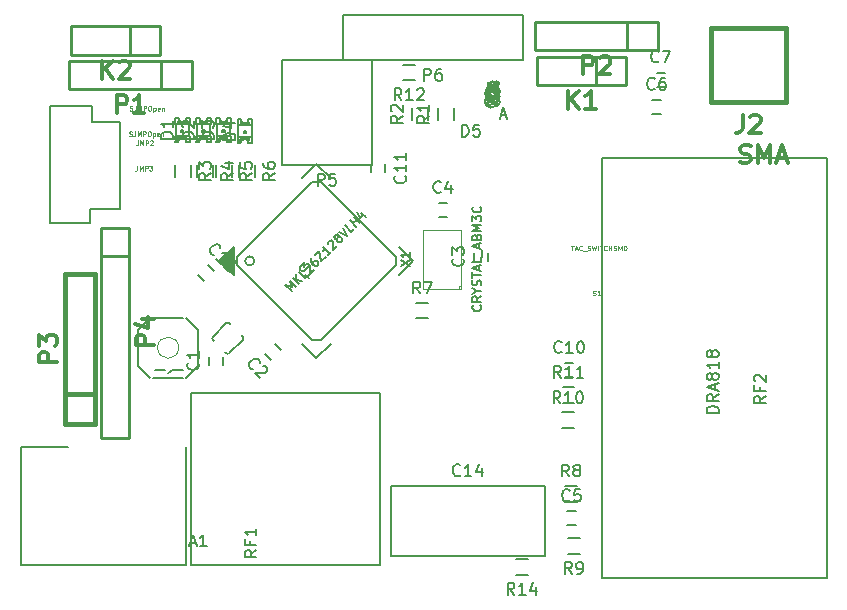
<source format=gto>
G04 #@! TF.FileFunction,Legend,Top*
%FSLAX46Y46*%
G04 Gerber Fmt 4.6, Leading zero omitted, Abs format (unit mm)*
G04 Created by KiCad (PCBNEW (after 2015-may-01 BZR unknown)-product) date Sun 10 May 2015 22:33:08 EDT*
%MOMM*%
G01*
G04 APERTURE LIST*
%ADD10C,0.100000*%
%ADD11C,0.200000*%
%ADD12C,0.150000*%
%ADD13C,0.203200*%
%ADD14C,0.254000*%
%ADD15C,0.381000*%
%ADD16C,0.200660*%
%ADD17C,0.099060*%
%ADD18C,0.127000*%
%ADD19C,0.101600*%
%ADD20C,0.149860*%
%ADD21C,0.088900*%
%ADD22C,0.304800*%
G04 APERTURE END LIST*
D10*
D11*
X178954508Y-46800000D02*
G75*
G03X178954508Y-46800000I-279508J0D01*
G01*
X178875000Y-45250000D02*
G75*
G03X178875000Y-45250000I-200000J0D01*
G01*
X178523607Y-45275000D02*
G75*
G03X178523607Y-45275000I-223607J0D01*
G01*
X178325000Y-45475000D02*
G75*
G03X178325000Y-45475000I-200000J0D01*
G01*
X178350000Y-46575000D02*
G75*
G03X178350000Y-46575000I-250000J0D01*
G01*
X178543198Y-46275000D02*
G75*
G03X178543198Y-46275000I-318198J0D01*
G01*
X178694121Y-46300000D02*
G75*
G03X178694121Y-46300000I-369121J0D01*
G01*
X178350000Y-46750000D02*
G75*
G03X178350000Y-46750000I-325000J0D01*
G01*
X178705330Y-46750000D02*
G75*
G03X178705330Y-46750000I-530330J0D01*
G01*
X178959439Y-45925000D02*
G75*
G03X178959439Y-45925000I-534439J0D01*
G01*
X178915388Y-46350000D02*
G75*
G03X178915388Y-46350000I-515388J0D01*
G01*
X178842663Y-46075000D02*
G75*
G03X178842663Y-46075000I-592663J0D01*
G01*
X178825595Y-46125000D02*
G75*
G03X178825595Y-46125000I-525595J0D01*
G01*
X178878887Y-46150000D02*
G75*
G03X178878887Y-46150000I-403887J0D01*
G01*
D12*
X152400000Y-75975000D02*
X152400000Y-85975000D01*
X152400000Y-85975000D02*
X138400000Y-85975000D01*
X138400000Y-85975000D02*
X138400000Y-75975000D01*
X138400000Y-75975000D02*
X142400000Y-75975000D01*
X154300000Y-69050000D02*
X154300000Y-68350000D01*
X155500000Y-68350000D02*
X155500000Y-69050000D01*
X159573223Y-68621751D02*
X159078249Y-68126777D01*
X159926777Y-67278249D02*
X160421751Y-67773223D01*
X176750000Y-60250000D02*
X176750000Y-59550000D01*
X177950000Y-59550000D02*
X177950000Y-60250000D01*
X173750000Y-55350000D02*
X174450000Y-55350000D01*
X174450000Y-56550000D02*
X173750000Y-56550000D01*
X184650000Y-81450000D02*
X185350000Y-81450000D01*
X185350000Y-82650000D02*
X184650000Y-82650000D01*
X191850000Y-46600000D02*
X192550000Y-46600000D01*
X192550000Y-47800000D02*
X191850000Y-47800000D01*
X192200000Y-44300000D02*
X192900000Y-44300000D01*
X192900000Y-45500000D02*
X192200000Y-45500000D01*
X184450000Y-68900000D02*
X185150000Y-68900000D01*
X185150000Y-70100000D02*
X184450000Y-70100000D01*
X152349720Y-49647840D02*
X152674840Y-49647840D01*
X152674840Y-49647840D02*
X152674840Y-50148220D01*
X152349720Y-50148220D02*
X152674840Y-50148220D01*
X152349720Y-49647840D02*
X152349720Y-50148220D01*
X151727420Y-49647840D02*
X151877280Y-49647840D01*
X151877280Y-49647840D02*
X151877280Y-49899300D01*
X151727420Y-49899300D02*
X151877280Y-49899300D01*
X151727420Y-49647840D02*
X151727420Y-49899300D01*
X152222720Y-49647840D02*
X152372580Y-49647840D01*
X152372580Y-49647840D02*
X152372580Y-49899300D01*
X152222720Y-49899300D02*
X152372580Y-49899300D01*
X152222720Y-49647840D02*
X152222720Y-49899300D01*
X151851880Y-49647840D02*
X152248120Y-49647840D01*
X152248120Y-49647840D02*
X152248120Y-49823100D01*
X151851880Y-49823100D02*
X152248120Y-49823100D01*
X151851880Y-49647840D02*
X151851880Y-49823100D01*
X152349720Y-48151780D02*
X152674840Y-48151780D01*
X152674840Y-48151780D02*
X152674840Y-48652160D01*
X152349720Y-48652160D02*
X152674840Y-48652160D01*
X152349720Y-48151780D02*
X152349720Y-48652160D01*
X151425160Y-48151780D02*
X151750280Y-48151780D01*
X151750280Y-48151780D02*
X151750280Y-48652160D01*
X151425160Y-48652160D02*
X151750280Y-48652160D01*
X151425160Y-48151780D02*
X151425160Y-48652160D01*
X152222720Y-48400700D02*
X152372580Y-48400700D01*
X152372580Y-48400700D02*
X152372580Y-48652160D01*
X152222720Y-48652160D02*
X152372580Y-48652160D01*
X152222720Y-48400700D02*
X152222720Y-48652160D01*
X151727420Y-48400700D02*
X151877280Y-48400700D01*
X151877280Y-48400700D02*
X151877280Y-48652160D01*
X151727420Y-48652160D02*
X151877280Y-48652160D01*
X151727420Y-48400700D02*
X151727420Y-48652160D01*
X151851880Y-48476900D02*
X152248120Y-48476900D01*
X152248120Y-48476900D02*
X152248120Y-48652160D01*
X151851880Y-48652160D02*
X152248120Y-48652160D01*
X151851880Y-48476900D02*
X151851880Y-48652160D01*
X151950940Y-49150000D02*
X152149060Y-49150000D01*
X152149060Y-49150000D02*
X152149060Y-49348120D01*
X151950940Y-49348120D02*
X152149060Y-49348120D01*
X151950940Y-49150000D02*
X151950940Y-49348120D01*
X151450560Y-49647840D02*
X151750280Y-49647840D01*
X151750280Y-49647840D02*
X151750280Y-49947560D01*
X151450560Y-49947560D02*
X151750280Y-49947560D01*
X151450560Y-49647840D02*
X151450560Y-49947560D01*
X151425160Y-50074560D02*
X151651220Y-50074560D01*
X151651220Y-50074560D02*
X151651220Y-50148220D01*
X151425160Y-50148220D02*
X151651220Y-50148220D01*
X151425160Y-50074560D02*
X151425160Y-50148220D01*
X152624040Y-49673240D02*
X152624040Y-48626760D01*
X151475960Y-48652160D02*
X151475960Y-50074560D01*
X151672262Y-49998360D02*
G75*
G03X151672262Y-49998360I-71842J0D01*
G01*
X151702020Y-50148220D02*
G75*
G02X152397980Y-50148220I347980J0D01*
G01*
X152397980Y-48151780D02*
G75*
G02X151702020Y-48151780I-347980J0D01*
G01*
X154149720Y-49647840D02*
X154474840Y-49647840D01*
X154474840Y-49647840D02*
X154474840Y-50148220D01*
X154149720Y-50148220D02*
X154474840Y-50148220D01*
X154149720Y-49647840D02*
X154149720Y-50148220D01*
X153527420Y-49647840D02*
X153677280Y-49647840D01*
X153677280Y-49647840D02*
X153677280Y-49899300D01*
X153527420Y-49899300D02*
X153677280Y-49899300D01*
X153527420Y-49647840D02*
X153527420Y-49899300D01*
X154022720Y-49647840D02*
X154172580Y-49647840D01*
X154172580Y-49647840D02*
X154172580Y-49899300D01*
X154022720Y-49899300D02*
X154172580Y-49899300D01*
X154022720Y-49647840D02*
X154022720Y-49899300D01*
X153651880Y-49647840D02*
X154048120Y-49647840D01*
X154048120Y-49647840D02*
X154048120Y-49823100D01*
X153651880Y-49823100D02*
X154048120Y-49823100D01*
X153651880Y-49647840D02*
X153651880Y-49823100D01*
X154149720Y-48151780D02*
X154474840Y-48151780D01*
X154474840Y-48151780D02*
X154474840Y-48652160D01*
X154149720Y-48652160D02*
X154474840Y-48652160D01*
X154149720Y-48151780D02*
X154149720Y-48652160D01*
X153225160Y-48151780D02*
X153550280Y-48151780D01*
X153550280Y-48151780D02*
X153550280Y-48652160D01*
X153225160Y-48652160D02*
X153550280Y-48652160D01*
X153225160Y-48151780D02*
X153225160Y-48652160D01*
X154022720Y-48400700D02*
X154172580Y-48400700D01*
X154172580Y-48400700D02*
X154172580Y-48652160D01*
X154022720Y-48652160D02*
X154172580Y-48652160D01*
X154022720Y-48400700D02*
X154022720Y-48652160D01*
X153527420Y-48400700D02*
X153677280Y-48400700D01*
X153677280Y-48400700D02*
X153677280Y-48652160D01*
X153527420Y-48652160D02*
X153677280Y-48652160D01*
X153527420Y-48400700D02*
X153527420Y-48652160D01*
X153651880Y-48476900D02*
X154048120Y-48476900D01*
X154048120Y-48476900D02*
X154048120Y-48652160D01*
X153651880Y-48652160D02*
X154048120Y-48652160D01*
X153651880Y-48476900D02*
X153651880Y-48652160D01*
X153750940Y-49150000D02*
X153949060Y-49150000D01*
X153949060Y-49150000D02*
X153949060Y-49348120D01*
X153750940Y-49348120D02*
X153949060Y-49348120D01*
X153750940Y-49150000D02*
X153750940Y-49348120D01*
X153250560Y-49647840D02*
X153550280Y-49647840D01*
X153550280Y-49647840D02*
X153550280Y-49947560D01*
X153250560Y-49947560D02*
X153550280Y-49947560D01*
X153250560Y-49647840D02*
X153250560Y-49947560D01*
X153225160Y-50074560D02*
X153451220Y-50074560D01*
X153451220Y-50074560D02*
X153451220Y-50148220D01*
X153225160Y-50148220D02*
X153451220Y-50148220D01*
X153225160Y-50074560D02*
X153225160Y-50148220D01*
X154424040Y-49673240D02*
X154424040Y-48626760D01*
X153275960Y-48652160D02*
X153275960Y-50074560D01*
X153472262Y-49998360D02*
G75*
G03X153472262Y-49998360I-71842J0D01*
G01*
X153502020Y-50148220D02*
G75*
G02X154197980Y-50148220I347980J0D01*
G01*
X154197980Y-48151780D02*
G75*
G02X153502020Y-48151780I-347980J0D01*
G01*
X155849720Y-49647840D02*
X156174840Y-49647840D01*
X156174840Y-49647840D02*
X156174840Y-50148220D01*
X155849720Y-50148220D02*
X156174840Y-50148220D01*
X155849720Y-49647840D02*
X155849720Y-50148220D01*
X155227420Y-49647840D02*
X155377280Y-49647840D01*
X155377280Y-49647840D02*
X155377280Y-49899300D01*
X155227420Y-49899300D02*
X155377280Y-49899300D01*
X155227420Y-49647840D02*
X155227420Y-49899300D01*
X155722720Y-49647840D02*
X155872580Y-49647840D01*
X155872580Y-49647840D02*
X155872580Y-49899300D01*
X155722720Y-49899300D02*
X155872580Y-49899300D01*
X155722720Y-49647840D02*
X155722720Y-49899300D01*
X155351880Y-49647840D02*
X155748120Y-49647840D01*
X155748120Y-49647840D02*
X155748120Y-49823100D01*
X155351880Y-49823100D02*
X155748120Y-49823100D01*
X155351880Y-49647840D02*
X155351880Y-49823100D01*
X155849720Y-48151780D02*
X156174840Y-48151780D01*
X156174840Y-48151780D02*
X156174840Y-48652160D01*
X155849720Y-48652160D02*
X156174840Y-48652160D01*
X155849720Y-48151780D02*
X155849720Y-48652160D01*
X154925160Y-48151780D02*
X155250280Y-48151780D01*
X155250280Y-48151780D02*
X155250280Y-48652160D01*
X154925160Y-48652160D02*
X155250280Y-48652160D01*
X154925160Y-48151780D02*
X154925160Y-48652160D01*
X155722720Y-48400700D02*
X155872580Y-48400700D01*
X155872580Y-48400700D02*
X155872580Y-48652160D01*
X155722720Y-48652160D02*
X155872580Y-48652160D01*
X155722720Y-48400700D02*
X155722720Y-48652160D01*
X155227420Y-48400700D02*
X155377280Y-48400700D01*
X155377280Y-48400700D02*
X155377280Y-48652160D01*
X155227420Y-48652160D02*
X155377280Y-48652160D01*
X155227420Y-48400700D02*
X155227420Y-48652160D01*
X155351880Y-48476900D02*
X155748120Y-48476900D01*
X155748120Y-48476900D02*
X155748120Y-48652160D01*
X155351880Y-48652160D02*
X155748120Y-48652160D01*
X155351880Y-48476900D02*
X155351880Y-48652160D01*
X155450940Y-49150000D02*
X155649060Y-49150000D01*
X155649060Y-49150000D02*
X155649060Y-49348120D01*
X155450940Y-49348120D02*
X155649060Y-49348120D01*
X155450940Y-49150000D02*
X155450940Y-49348120D01*
X154950560Y-49647840D02*
X155250280Y-49647840D01*
X155250280Y-49647840D02*
X155250280Y-49947560D01*
X154950560Y-49947560D02*
X155250280Y-49947560D01*
X154950560Y-49647840D02*
X154950560Y-49947560D01*
X154925160Y-50074560D02*
X155151220Y-50074560D01*
X155151220Y-50074560D02*
X155151220Y-50148220D01*
X154925160Y-50148220D02*
X155151220Y-50148220D01*
X154925160Y-50074560D02*
X154925160Y-50148220D01*
X156124040Y-49673240D02*
X156124040Y-48626760D01*
X154975960Y-48652160D02*
X154975960Y-50074560D01*
X155172262Y-49998360D02*
G75*
G03X155172262Y-49998360I-71842J0D01*
G01*
X155202020Y-50148220D02*
G75*
G02X155897980Y-50148220I347980J0D01*
G01*
X155897980Y-48151780D02*
G75*
G02X155202020Y-48151780I-347980J0D01*
G01*
X157649720Y-49747840D02*
X157974840Y-49747840D01*
X157974840Y-49747840D02*
X157974840Y-50248220D01*
X157649720Y-50248220D02*
X157974840Y-50248220D01*
X157649720Y-49747840D02*
X157649720Y-50248220D01*
X157027420Y-49747840D02*
X157177280Y-49747840D01*
X157177280Y-49747840D02*
X157177280Y-49999300D01*
X157027420Y-49999300D02*
X157177280Y-49999300D01*
X157027420Y-49747840D02*
X157027420Y-49999300D01*
X157522720Y-49747840D02*
X157672580Y-49747840D01*
X157672580Y-49747840D02*
X157672580Y-49999300D01*
X157522720Y-49999300D02*
X157672580Y-49999300D01*
X157522720Y-49747840D02*
X157522720Y-49999300D01*
X157151880Y-49747840D02*
X157548120Y-49747840D01*
X157548120Y-49747840D02*
X157548120Y-49923100D01*
X157151880Y-49923100D02*
X157548120Y-49923100D01*
X157151880Y-49747840D02*
X157151880Y-49923100D01*
X157649720Y-48251780D02*
X157974840Y-48251780D01*
X157974840Y-48251780D02*
X157974840Y-48752160D01*
X157649720Y-48752160D02*
X157974840Y-48752160D01*
X157649720Y-48251780D02*
X157649720Y-48752160D01*
X156725160Y-48251780D02*
X157050280Y-48251780D01*
X157050280Y-48251780D02*
X157050280Y-48752160D01*
X156725160Y-48752160D02*
X157050280Y-48752160D01*
X156725160Y-48251780D02*
X156725160Y-48752160D01*
X157522720Y-48500700D02*
X157672580Y-48500700D01*
X157672580Y-48500700D02*
X157672580Y-48752160D01*
X157522720Y-48752160D02*
X157672580Y-48752160D01*
X157522720Y-48500700D02*
X157522720Y-48752160D01*
X157027420Y-48500700D02*
X157177280Y-48500700D01*
X157177280Y-48500700D02*
X157177280Y-48752160D01*
X157027420Y-48752160D02*
X157177280Y-48752160D01*
X157027420Y-48500700D02*
X157027420Y-48752160D01*
X157151880Y-48576900D02*
X157548120Y-48576900D01*
X157548120Y-48576900D02*
X157548120Y-48752160D01*
X157151880Y-48752160D02*
X157548120Y-48752160D01*
X157151880Y-48576900D02*
X157151880Y-48752160D01*
X157250940Y-49250000D02*
X157449060Y-49250000D01*
X157449060Y-49250000D02*
X157449060Y-49448120D01*
X157250940Y-49448120D02*
X157449060Y-49448120D01*
X157250940Y-49250000D02*
X157250940Y-49448120D01*
X156750560Y-49747840D02*
X157050280Y-49747840D01*
X157050280Y-49747840D02*
X157050280Y-50047560D01*
X156750560Y-50047560D02*
X157050280Y-50047560D01*
X156750560Y-49747840D02*
X156750560Y-50047560D01*
X156725160Y-50174560D02*
X156951220Y-50174560D01*
X156951220Y-50174560D02*
X156951220Y-50248220D01*
X156725160Y-50248220D02*
X156951220Y-50248220D01*
X156725160Y-50174560D02*
X156725160Y-50248220D01*
X157924040Y-49773240D02*
X157924040Y-48726760D01*
X156775960Y-48752160D02*
X156775960Y-50174560D01*
X156972262Y-50098360D02*
G75*
G03X156972262Y-50098360I-71842J0D01*
G01*
X157002020Y-50248220D02*
G75*
G02X157697980Y-50248220I347980J0D01*
G01*
X157697980Y-48251780D02*
G75*
G02X157002020Y-48251780I-347980J0D01*
G01*
X177974000Y-46100000D02*
X178736000Y-47116000D01*
X177974000Y-46100000D02*
X178736000Y-45084000D01*
X177974000Y-45084000D02*
X177974000Y-47116000D01*
X178736000Y-45084000D02*
X178736000Y-47116000D01*
D13*
X154630192Y-66658112D02*
X155758112Y-65530192D01*
X157169808Y-66941888D02*
X156041888Y-68069808D01*
X155689862Y-68001558D02*
G75*
G03X156041888Y-68069808I210138J141888D01*
G01*
X157171604Y-66940092D02*
G75*
G03X157099762Y-66588066I-211934J140092D01*
G01*
X156110138Y-65598442D02*
G75*
G03X155758112Y-65530192I-210138J-141888D01*
G01*
X154628396Y-66659908D02*
G75*
G03X154700238Y-67011934I211934J-140092D01*
G01*
D14*
X187050000Y-45350000D02*
X187050000Y-42950000D01*
X189450000Y-42950000D02*
X182050000Y-42950000D01*
X182050000Y-42950000D02*
X182050000Y-45150000D01*
X182050000Y-45150000D02*
X182050000Y-45350000D01*
X182050000Y-45350000D02*
X189650000Y-45350000D01*
X189650000Y-45350000D02*
X189650000Y-42950000D01*
X189650000Y-42950000D02*
X189450000Y-42950000D01*
X147600000Y-42800000D02*
X147600000Y-40400000D01*
X150000000Y-40400000D02*
X142600000Y-40400000D01*
X142600000Y-40400000D02*
X142600000Y-42600000D01*
X142600000Y-42600000D02*
X142600000Y-42800000D01*
X142600000Y-42800000D02*
X150200000Y-42800000D01*
X150200000Y-42800000D02*
X150200000Y-40400000D01*
X150200000Y-40400000D02*
X150000000Y-40400000D01*
X142450000Y-45700000D02*
X152850000Y-45700000D01*
X152850000Y-43300000D02*
X142450000Y-43300000D01*
X152850000Y-45700000D02*
X152850000Y-43300000D01*
X150250000Y-43300000D02*
X150250000Y-45700000D01*
X142450000Y-45700000D02*
X142450000Y-43300000D01*
X181900000Y-42400000D02*
X192300000Y-42400000D01*
X192300000Y-40000000D02*
X181900000Y-40000000D01*
X192300000Y-42400000D02*
X192300000Y-40000000D01*
X189700000Y-40000000D02*
X189700000Y-42400000D01*
X181900000Y-42400000D02*
X181900000Y-40000000D01*
D15*
X142080000Y-71490000D02*
X144620000Y-71490000D01*
X144620000Y-61350000D02*
X144620000Y-74050000D01*
X144620000Y-74050000D02*
X142080000Y-74050000D01*
X142080000Y-74050000D02*
X142080000Y-61350000D01*
X142080000Y-61350000D02*
X144620000Y-61350000D01*
D14*
X147550000Y-59850000D02*
X145150000Y-59850000D01*
X147550000Y-57450000D02*
X145150000Y-57450000D01*
X145150000Y-57450000D02*
X145150000Y-75250000D01*
X145150000Y-75250000D02*
X147550000Y-75250000D01*
X147550000Y-75250000D02*
X147550000Y-57450000D01*
D12*
X160460000Y-43270000D02*
X168080000Y-43270000D01*
X168080000Y-43270000D02*
X168080000Y-52160000D01*
X168080000Y-52160000D02*
X160460000Y-52160000D01*
X160460000Y-52160000D02*
X160460000Y-43270000D01*
X180890000Y-39460000D02*
X180890000Y-43270000D01*
X180890000Y-43270000D02*
X165650000Y-43270000D01*
X165650000Y-43270000D02*
X165650000Y-39460000D01*
X165650000Y-39460000D02*
X180890000Y-39460000D01*
X175075000Y-47300000D02*
X175075000Y-48300000D01*
X173725000Y-48300000D02*
X173725000Y-47300000D01*
X172825000Y-47300000D02*
X172825000Y-48300000D01*
X171475000Y-48300000D02*
X171475000Y-47300000D01*
X151425000Y-53150000D02*
X151425000Y-52150000D01*
X152775000Y-52150000D02*
X152775000Y-53150000D01*
X153325000Y-53150000D02*
X153325000Y-52150000D01*
X154675000Y-52150000D02*
X154675000Y-53150000D01*
X154925000Y-53150000D02*
X154925000Y-52150000D01*
X156275000Y-52150000D02*
X156275000Y-53150000D01*
X156875000Y-53150000D02*
X156875000Y-52150000D01*
X158225000Y-52150000D02*
X158225000Y-53150000D01*
X172850000Y-65125000D02*
X171850000Y-65125000D01*
X171850000Y-63775000D02*
X172850000Y-63775000D01*
X185450000Y-80625000D02*
X184450000Y-80625000D01*
X184450000Y-79275000D02*
X185450000Y-79275000D01*
X184700000Y-83725000D02*
X185700000Y-83725000D01*
X185700000Y-85075000D02*
X184700000Y-85075000D01*
X185200000Y-74425000D02*
X184200000Y-74425000D01*
X184200000Y-73075000D02*
X185200000Y-73075000D01*
X185250000Y-72275000D02*
X184250000Y-72275000D01*
X184250000Y-70925000D02*
X185250000Y-70925000D01*
X206600000Y-87100000D02*
X187600000Y-87100000D01*
X187600000Y-87100000D02*
X187600000Y-51500000D01*
X187600000Y-51500000D02*
X206600000Y-51500000D01*
X206600000Y-51500000D02*
X206600000Y-87100000D01*
D16*
X140875740Y-47173740D02*
X140875740Y-57074660D01*
X140875740Y-57074660D02*
X144274260Y-57074660D01*
X144274260Y-57074660D02*
X144274260Y-55875780D01*
X144274260Y-55875780D02*
X146776160Y-55875780D01*
X146776160Y-55875780D02*
X146776160Y-48474220D01*
X146776160Y-48474220D02*
X144375860Y-48474220D01*
X144375860Y-48474220D02*
X144375860Y-47173740D01*
X144375860Y-47173740D02*
X140875740Y-47173740D01*
D17*
X175449540Y-62599360D02*
X175449540Y-62401240D01*
X175449540Y-62401240D02*
X175650200Y-62401240D01*
X175650200Y-62599360D02*
X175650200Y-57600640D01*
X175650200Y-57600640D02*
X172449800Y-57600640D01*
X172449800Y-57600640D02*
X172449800Y-62599360D01*
X172449800Y-62599360D02*
X175650200Y-62599360D01*
D15*
X196850400Y-40500400D02*
X203149600Y-40500400D01*
X203149600Y-40500400D02*
X203149600Y-46799600D01*
X203149600Y-46799600D02*
X196850400Y-46799600D01*
X196850400Y-46799600D02*
X196850400Y-40500400D01*
D12*
X170750000Y-43625000D02*
X171750000Y-43625000D01*
X171750000Y-44975000D02*
X170750000Y-44975000D01*
X152800000Y-86000000D02*
X168800000Y-86000000D01*
X168800000Y-86000000D02*
X168800000Y-71400000D01*
X168800000Y-71400000D02*
X152800000Y-71400000D01*
X152800000Y-71400000D02*
X152800000Y-86000000D01*
D13*
X148310000Y-66060760D02*
X149310760Y-65060000D01*
X149610480Y-65060000D02*
X152120000Y-65060000D01*
X152389240Y-65060000D02*
X153390000Y-66060760D01*
X153390000Y-66060760D02*
X153390000Y-69139240D01*
X153390000Y-69139240D02*
X152389240Y-70140000D01*
X152089520Y-70140000D02*
X149610480Y-70140000D01*
X149310760Y-70140000D02*
X148310000Y-69139240D01*
X148310000Y-69139240D02*
X148310000Y-66060760D01*
D18*
X152120000Y-69505000D02*
X151294500Y-69505000D01*
X151294500Y-69505000D02*
X150842380Y-69759000D01*
X150621400Y-69505000D02*
X149737480Y-69505000D01*
D19*
X151748026Y-67600000D02*
G75*
G03X151748026Y-67600000I-898026J0D01*
G01*
D12*
X169250000Y-52050000D02*
X169250000Y-52750000D01*
X168050000Y-52750000D02*
X168050000Y-52050000D01*
X154251777Y-60628249D02*
X154746751Y-61123223D01*
X153898223Y-61971751D02*
X153403249Y-61476777D01*
D20*
X155269276Y-60179954D02*
X155269276Y-60320046D01*
X155411164Y-60461934D02*
X155411164Y-60038066D01*
X155551256Y-59897974D02*
X155551256Y-60602026D01*
X155693144Y-60743914D02*
X155693144Y-59756086D01*
X155835032Y-59614198D02*
X155835032Y-60885802D01*
X155976920Y-61027690D02*
X155976920Y-59472310D01*
X156117012Y-59332218D02*
X156117012Y-61167782D01*
X156258900Y-61309670D02*
X156258900Y-59190330D01*
X156400788Y-61451558D02*
X155199230Y-60250000D01*
X155199230Y-60250000D02*
X156400788Y-59048442D01*
X156400788Y-59048442D02*
X156400788Y-61451558D01*
X164601558Y-67249212D02*
X163400000Y-68450770D01*
X163400000Y-68450770D02*
X162198442Y-67249212D01*
X170399212Y-59048442D02*
X171600770Y-60250000D01*
X171600770Y-60250000D02*
X170399212Y-61451558D01*
X162198442Y-53250788D02*
X163400000Y-52049230D01*
X163400000Y-52049230D02*
X164601558Y-53250788D01*
D18*
X163040790Y-66967232D02*
X156682768Y-60609210D01*
X163759210Y-66967232D02*
X170117232Y-60609210D01*
X163759210Y-53532768D02*
X170117232Y-59890790D01*
X156682768Y-59890790D02*
X163040790Y-53532768D01*
X158141399Y-60250000D02*
G75*
G03X158141399Y-60250000I-381000J0D01*
G01*
X156682768Y-60609210D02*
X156682768Y-59890790D01*
X163759210Y-66967232D02*
X163040790Y-66967232D01*
X170117232Y-59890790D02*
X170117232Y-60609210D01*
X163040790Y-53532768D02*
X163759210Y-53532768D01*
D12*
X169725000Y-79275000D02*
X182725000Y-79275000D01*
X182725000Y-79275000D02*
X182725000Y-85275000D01*
X182725000Y-85275000D02*
X169725000Y-85275000D01*
X169725000Y-85275000D02*
X169725000Y-79275000D01*
X180300000Y-85475000D02*
X181300000Y-85475000D01*
X181300000Y-86825000D02*
X180300000Y-86825000D01*
X152685714Y-84141667D02*
X153161905Y-84141667D01*
X152590476Y-84427381D02*
X152923809Y-83427381D01*
X153257143Y-84427381D01*
X154114286Y-84427381D02*
X153542857Y-84427381D01*
X153828571Y-84427381D02*
X153828571Y-83427381D01*
X153733333Y-83570238D01*
X153638095Y-83665476D01*
X153542857Y-83713095D01*
X153357143Y-68866666D02*
X153404762Y-68914285D01*
X153452381Y-69057142D01*
X153452381Y-69152380D01*
X153404762Y-69295238D01*
X153309524Y-69390476D01*
X153214286Y-69438095D01*
X153023810Y-69485714D01*
X152880952Y-69485714D01*
X152690476Y-69438095D01*
X152595238Y-69390476D01*
X152500000Y-69295238D01*
X152452381Y-69152380D01*
X152452381Y-69057142D01*
X152500000Y-68914285D01*
X152547619Y-68866666D01*
X153452381Y-67914285D02*
X153452381Y-68485714D01*
X153452381Y-68200000D02*
X152452381Y-68200000D01*
X152595238Y-68295238D01*
X152690476Y-68390476D01*
X152738095Y-68485714D01*
X158036108Y-69428191D02*
X157968765Y-69428191D01*
X157834078Y-69360847D01*
X157766734Y-69293504D01*
X157699390Y-69158816D01*
X157699390Y-69024129D01*
X157733062Y-68923114D01*
X157834077Y-68754756D01*
X157935093Y-68653740D01*
X158103452Y-68552725D01*
X158204467Y-68519053D01*
X158339154Y-68519053D01*
X158473841Y-68586397D01*
X158541185Y-68653740D01*
X158608528Y-68788427D01*
X158608528Y-68855771D01*
X158877902Y-69125144D02*
X158945245Y-69125144D01*
X159046260Y-69158816D01*
X159214620Y-69327175D01*
X159248291Y-69428191D01*
X159248291Y-69495534D01*
X159214620Y-69596549D01*
X159147276Y-69663893D01*
X159012589Y-69731236D01*
X158204467Y-69731236D01*
X158642200Y-70168969D01*
X175807143Y-60066666D02*
X175854762Y-60114285D01*
X175902381Y-60257142D01*
X175902381Y-60352380D01*
X175854762Y-60495238D01*
X175759524Y-60590476D01*
X175664286Y-60638095D01*
X175473810Y-60685714D01*
X175330952Y-60685714D01*
X175140476Y-60638095D01*
X175045238Y-60590476D01*
X174950000Y-60495238D01*
X174902381Y-60352380D01*
X174902381Y-60257142D01*
X174950000Y-60114285D01*
X174997619Y-60066666D01*
X174902381Y-59733333D02*
X174902381Y-59114285D01*
X175283333Y-59447619D01*
X175283333Y-59304761D01*
X175330952Y-59209523D01*
X175378571Y-59161904D01*
X175473810Y-59114285D01*
X175711905Y-59114285D01*
X175807143Y-59161904D01*
X175854762Y-59209523D01*
X175902381Y-59304761D01*
X175902381Y-59590476D01*
X175854762Y-59685714D01*
X175807143Y-59733333D01*
X173933334Y-54407143D02*
X173885715Y-54454762D01*
X173742858Y-54502381D01*
X173647620Y-54502381D01*
X173504762Y-54454762D01*
X173409524Y-54359524D01*
X173361905Y-54264286D01*
X173314286Y-54073810D01*
X173314286Y-53930952D01*
X173361905Y-53740476D01*
X173409524Y-53645238D01*
X173504762Y-53550000D01*
X173647620Y-53502381D01*
X173742858Y-53502381D01*
X173885715Y-53550000D01*
X173933334Y-53597619D01*
X174790477Y-53835714D02*
X174790477Y-54502381D01*
X174552381Y-53454762D02*
X174314286Y-54169048D01*
X174933334Y-54169048D01*
X184833334Y-80507143D02*
X184785715Y-80554762D01*
X184642858Y-80602381D01*
X184547620Y-80602381D01*
X184404762Y-80554762D01*
X184309524Y-80459524D01*
X184261905Y-80364286D01*
X184214286Y-80173810D01*
X184214286Y-80030952D01*
X184261905Y-79840476D01*
X184309524Y-79745238D01*
X184404762Y-79650000D01*
X184547620Y-79602381D01*
X184642858Y-79602381D01*
X184785715Y-79650000D01*
X184833334Y-79697619D01*
X185738096Y-79602381D02*
X185261905Y-79602381D01*
X185214286Y-80078571D01*
X185261905Y-80030952D01*
X185357143Y-79983333D01*
X185595239Y-79983333D01*
X185690477Y-80030952D01*
X185738096Y-80078571D01*
X185785715Y-80173810D01*
X185785715Y-80411905D01*
X185738096Y-80507143D01*
X185690477Y-80554762D01*
X185595239Y-80602381D01*
X185357143Y-80602381D01*
X185261905Y-80554762D01*
X185214286Y-80507143D01*
X192033334Y-45657143D02*
X191985715Y-45704762D01*
X191842858Y-45752381D01*
X191747620Y-45752381D01*
X191604762Y-45704762D01*
X191509524Y-45609524D01*
X191461905Y-45514286D01*
X191414286Y-45323810D01*
X191414286Y-45180952D01*
X191461905Y-44990476D01*
X191509524Y-44895238D01*
X191604762Y-44800000D01*
X191747620Y-44752381D01*
X191842858Y-44752381D01*
X191985715Y-44800000D01*
X192033334Y-44847619D01*
X192890477Y-44752381D02*
X192700000Y-44752381D01*
X192604762Y-44800000D01*
X192557143Y-44847619D01*
X192461905Y-44990476D01*
X192414286Y-45180952D01*
X192414286Y-45561905D01*
X192461905Y-45657143D01*
X192509524Y-45704762D01*
X192604762Y-45752381D01*
X192795239Y-45752381D01*
X192890477Y-45704762D01*
X192938096Y-45657143D01*
X192985715Y-45561905D01*
X192985715Y-45323810D01*
X192938096Y-45228571D01*
X192890477Y-45180952D01*
X192795239Y-45133333D01*
X192604762Y-45133333D01*
X192509524Y-45180952D01*
X192461905Y-45228571D01*
X192414286Y-45323810D01*
X192383334Y-43357143D02*
X192335715Y-43404762D01*
X192192858Y-43452381D01*
X192097620Y-43452381D01*
X191954762Y-43404762D01*
X191859524Y-43309524D01*
X191811905Y-43214286D01*
X191764286Y-43023810D01*
X191764286Y-42880952D01*
X191811905Y-42690476D01*
X191859524Y-42595238D01*
X191954762Y-42500000D01*
X192097620Y-42452381D01*
X192192858Y-42452381D01*
X192335715Y-42500000D01*
X192383334Y-42547619D01*
X192716667Y-42452381D02*
X193383334Y-42452381D01*
X192954762Y-43452381D01*
X184157143Y-67957143D02*
X184109524Y-68004762D01*
X183966667Y-68052381D01*
X183871429Y-68052381D01*
X183728571Y-68004762D01*
X183633333Y-67909524D01*
X183585714Y-67814286D01*
X183538095Y-67623810D01*
X183538095Y-67480952D01*
X183585714Y-67290476D01*
X183633333Y-67195238D01*
X183728571Y-67100000D01*
X183871429Y-67052381D01*
X183966667Y-67052381D01*
X184109524Y-67100000D01*
X184157143Y-67147619D01*
X185109524Y-68052381D02*
X184538095Y-68052381D01*
X184823809Y-68052381D02*
X184823809Y-67052381D01*
X184728571Y-67195238D01*
X184633333Y-67290476D01*
X184538095Y-67338095D01*
X185728571Y-67052381D02*
X185823810Y-67052381D01*
X185919048Y-67100000D01*
X185966667Y-67147619D01*
X186014286Y-67242857D01*
X186061905Y-67433333D01*
X186061905Y-67671429D01*
X186014286Y-67861905D01*
X185966667Y-67957143D01*
X185919048Y-68004762D01*
X185823810Y-68052381D01*
X185728571Y-68052381D01*
X185633333Y-68004762D01*
X185585714Y-67957143D01*
X185538095Y-67861905D01*
X185490476Y-67671429D01*
X185490476Y-67433333D01*
X185538095Y-67242857D01*
X185585714Y-67147619D01*
X185633333Y-67100000D01*
X185728571Y-67052381D01*
X151232381Y-49888095D02*
X150232381Y-49888095D01*
X150232381Y-49650000D01*
X150280000Y-49507142D01*
X150375238Y-49411904D01*
X150470476Y-49364285D01*
X150660952Y-49316666D01*
X150803810Y-49316666D01*
X150994286Y-49364285D01*
X151089524Y-49411904D01*
X151184762Y-49507142D01*
X151232381Y-49650000D01*
X151232381Y-49888095D01*
X151232381Y-48364285D02*
X151232381Y-48935714D01*
X151232381Y-48650000D02*
X150232381Y-48650000D01*
X150375238Y-48745238D01*
X150470476Y-48840476D01*
X150518095Y-48935714D01*
X153032381Y-49888095D02*
X152032381Y-49888095D01*
X152032381Y-49650000D01*
X152080000Y-49507142D01*
X152175238Y-49411904D01*
X152270476Y-49364285D01*
X152460952Y-49316666D01*
X152603810Y-49316666D01*
X152794286Y-49364285D01*
X152889524Y-49411904D01*
X152984762Y-49507142D01*
X153032381Y-49650000D01*
X153032381Y-49888095D01*
X152127619Y-48935714D02*
X152080000Y-48888095D01*
X152032381Y-48792857D01*
X152032381Y-48554761D01*
X152080000Y-48459523D01*
X152127619Y-48411904D01*
X152222857Y-48364285D01*
X152318095Y-48364285D01*
X152460952Y-48411904D01*
X153032381Y-48983333D01*
X153032381Y-48364285D01*
X154732381Y-49888095D02*
X153732381Y-49888095D01*
X153732381Y-49650000D01*
X153780000Y-49507142D01*
X153875238Y-49411904D01*
X153970476Y-49364285D01*
X154160952Y-49316666D01*
X154303810Y-49316666D01*
X154494286Y-49364285D01*
X154589524Y-49411904D01*
X154684762Y-49507142D01*
X154732381Y-49650000D01*
X154732381Y-49888095D01*
X153732381Y-48983333D02*
X153732381Y-48364285D01*
X154113333Y-48697619D01*
X154113333Y-48554761D01*
X154160952Y-48459523D01*
X154208571Y-48411904D01*
X154303810Y-48364285D01*
X154541905Y-48364285D01*
X154637143Y-48411904D01*
X154684762Y-48459523D01*
X154732381Y-48554761D01*
X154732381Y-48840476D01*
X154684762Y-48935714D01*
X154637143Y-48983333D01*
X156532381Y-49988095D02*
X155532381Y-49988095D01*
X155532381Y-49750000D01*
X155580000Y-49607142D01*
X155675238Y-49511904D01*
X155770476Y-49464285D01*
X155960952Y-49416666D01*
X156103810Y-49416666D01*
X156294286Y-49464285D01*
X156389524Y-49511904D01*
X156484762Y-49607142D01*
X156532381Y-49750000D01*
X156532381Y-49988095D01*
X155865714Y-48559523D02*
X156532381Y-48559523D01*
X155484762Y-48797619D02*
X156199048Y-49035714D01*
X156199048Y-48416666D01*
X175711905Y-49727381D02*
X175711905Y-48727381D01*
X175950000Y-48727381D01*
X176092858Y-48775000D01*
X176188096Y-48870238D01*
X176235715Y-48965476D01*
X176283334Y-49155952D01*
X176283334Y-49298810D01*
X176235715Y-49489286D01*
X176188096Y-49584524D01*
X176092858Y-49679762D01*
X175950000Y-49727381D01*
X175711905Y-49727381D01*
X177188096Y-48727381D02*
X176711905Y-48727381D01*
X176664286Y-49203571D01*
X176711905Y-49155952D01*
X176807143Y-49108333D01*
X177045239Y-49108333D01*
X177140477Y-49155952D01*
X177188096Y-49203571D01*
X177235715Y-49298810D01*
X177235715Y-49536905D01*
X177188096Y-49632143D01*
X177140477Y-49679762D01*
X177045239Y-49727381D01*
X176807143Y-49727381D01*
X176711905Y-49679762D01*
X176664286Y-49632143D01*
X179005905Y-47917667D02*
X179482096Y-47917667D01*
X178910667Y-48203381D02*
X179244000Y-47203381D01*
X179577334Y-48203381D01*
D21*
X148285785Y-50050648D02*
X148285785Y-50340933D01*
X148266433Y-50398990D01*
X148227728Y-50437695D01*
X148169671Y-50457048D01*
X148130966Y-50457048D01*
X148479309Y-50457048D02*
X148479309Y-50050648D01*
X148614776Y-50340933D01*
X148750242Y-50050648D01*
X148750242Y-50457048D01*
X148943766Y-50457048D02*
X148943766Y-50050648D01*
X149098585Y-50050648D01*
X149137290Y-50070000D01*
X149156642Y-50089352D01*
X149175994Y-50128057D01*
X149175994Y-50186114D01*
X149156642Y-50224819D01*
X149137290Y-50244171D01*
X149098585Y-50263524D01*
X148943766Y-50263524D01*
X149330814Y-50089352D02*
X149350166Y-50070000D01*
X149388871Y-50050648D01*
X149485633Y-50050648D01*
X149524337Y-50070000D01*
X149543690Y-50089352D01*
X149563042Y-50128057D01*
X149563042Y-50166762D01*
X149543690Y-50224819D01*
X149311461Y-50457048D01*
X149563042Y-50457048D01*
X147598776Y-47516695D02*
X147656833Y-47536048D01*
X147753595Y-47536048D01*
X147792299Y-47516695D01*
X147811652Y-47497343D01*
X147831004Y-47458638D01*
X147831004Y-47419933D01*
X147811652Y-47381229D01*
X147792299Y-47361876D01*
X147753595Y-47342524D01*
X147676185Y-47323171D01*
X147637480Y-47303819D01*
X147618128Y-47284467D01*
X147598776Y-47245762D01*
X147598776Y-47207057D01*
X147618128Y-47168352D01*
X147637480Y-47149000D01*
X147676185Y-47129648D01*
X147772947Y-47129648D01*
X147831004Y-47149000D01*
X148121290Y-47129648D02*
X148121290Y-47419933D01*
X148101938Y-47477990D01*
X148063233Y-47516695D01*
X148005176Y-47536048D01*
X147966471Y-47536048D01*
X148314814Y-47536048D02*
X148314814Y-47129648D01*
X148450281Y-47419933D01*
X148585747Y-47129648D01*
X148585747Y-47536048D01*
X148779271Y-47536048D02*
X148779271Y-47129648D01*
X148934090Y-47129648D01*
X148972795Y-47149000D01*
X148992147Y-47168352D01*
X149011499Y-47207057D01*
X149011499Y-47265114D01*
X148992147Y-47303819D01*
X148972795Y-47323171D01*
X148934090Y-47342524D01*
X148779271Y-47342524D01*
X149263080Y-47129648D02*
X149340490Y-47129648D01*
X149379195Y-47149000D01*
X149417899Y-47187705D01*
X149437252Y-47265114D01*
X149437252Y-47400581D01*
X149417899Y-47477990D01*
X149379195Y-47516695D01*
X149340490Y-47536048D01*
X149263080Y-47536048D01*
X149224376Y-47516695D01*
X149185671Y-47477990D01*
X149166319Y-47400581D01*
X149166319Y-47265114D01*
X149185671Y-47187705D01*
X149224376Y-47149000D01*
X149263080Y-47129648D01*
X149611423Y-47265114D02*
X149611423Y-47671514D01*
X149611423Y-47284467D02*
X149650128Y-47265114D01*
X149727537Y-47265114D01*
X149766242Y-47284467D01*
X149785594Y-47303819D01*
X149804947Y-47342524D01*
X149804947Y-47458638D01*
X149785594Y-47497343D01*
X149766242Y-47516695D01*
X149727537Y-47536048D01*
X149650128Y-47536048D01*
X149611423Y-47516695D01*
X150133937Y-47516695D02*
X150095232Y-47536048D01*
X150017823Y-47536048D01*
X149979118Y-47516695D01*
X149959766Y-47477990D01*
X149959766Y-47323171D01*
X149979118Y-47284467D01*
X150017823Y-47265114D01*
X150095232Y-47265114D01*
X150133937Y-47284467D01*
X150153289Y-47323171D01*
X150153289Y-47361876D01*
X149959766Y-47400581D01*
X150327461Y-47265114D02*
X150327461Y-47536048D01*
X150327461Y-47303819D02*
X150346813Y-47284467D01*
X150385518Y-47265114D01*
X150443575Y-47265114D01*
X150482280Y-47284467D01*
X150501632Y-47323171D01*
X150501632Y-47536048D01*
X148235785Y-52200648D02*
X148235785Y-52490933D01*
X148216433Y-52548990D01*
X148177728Y-52587695D01*
X148119671Y-52607048D01*
X148080966Y-52607048D01*
X148429309Y-52607048D02*
X148429309Y-52200648D01*
X148564776Y-52490933D01*
X148700242Y-52200648D01*
X148700242Y-52607048D01*
X148893766Y-52607048D02*
X148893766Y-52200648D01*
X149048585Y-52200648D01*
X149087290Y-52220000D01*
X149106642Y-52239352D01*
X149125994Y-52278057D01*
X149125994Y-52336114D01*
X149106642Y-52374819D01*
X149087290Y-52394171D01*
X149048585Y-52413524D01*
X148893766Y-52413524D01*
X149261461Y-52200648D02*
X149513042Y-52200648D01*
X149377575Y-52355467D01*
X149435633Y-52355467D01*
X149474337Y-52374819D01*
X149493690Y-52394171D01*
X149513042Y-52432876D01*
X149513042Y-52529638D01*
X149493690Y-52568343D01*
X149474337Y-52587695D01*
X149435633Y-52607048D01*
X149319518Y-52607048D01*
X149280814Y-52587695D01*
X149261461Y-52568343D01*
X147548776Y-49666695D02*
X147606833Y-49686048D01*
X147703595Y-49686048D01*
X147742299Y-49666695D01*
X147761652Y-49647343D01*
X147781004Y-49608638D01*
X147781004Y-49569933D01*
X147761652Y-49531229D01*
X147742299Y-49511876D01*
X147703595Y-49492524D01*
X147626185Y-49473171D01*
X147587480Y-49453819D01*
X147568128Y-49434467D01*
X147548776Y-49395762D01*
X147548776Y-49357057D01*
X147568128Y-49318352D01*
X147587480Y-49299000D01*
X147626185Y-49279648D01*
X147722947Y-49279648D01*
X147781004Y-49299000D01*
X148071290Y-49279648D02*
X148071290Y-49569933D01*
X148051938Y-49627990D01*
X148013233Y-49666695D01*
X147955176Y-49686048D01*
X147916471Y-49686048D01*
X148264814Y-49686048D02*
X148264814Y-49279648D01*
X148400281Y-49569933D01*
X148535747Y-49279648D01*
X148535747Y-49686048D01*
X148729271Y-49686048D02*
X148729271Y-49279648D01*
X148884090Y-49279648D01*
X148922795Y-49299000D01*
X148942147Y-49318352D01*
X148961499Y-49357057D01*
X148961499Y-49415114D01*
X148942147Y-49453819D01*
X148922795Y-49473171D01*
X148884090Y-49492524D01*
X148729271Y-49492524D01*
X149213080Y-49279648D02*
X149290490Y-49279648D01*
X149329195Y-49299000D01*
X149367899Y-49337705D01*
X149387252Y-49415114D01*
X149387252Y-49550581D01*
X149367899Y-49627990D01*
X149329195Y-49666695D01*
X149290490Y-49686048D01*
X149213080Y-49686048D01*
X149174376Y-49666695D01*
X149135671Y-49627990D01*
X149116319Y-49550581D01*
X149116319Y-49415114D01*
X149135671Y-49337705D01*
X149174376Y-49299000D01*
X149213080Y-49279648D01*
X149561423Y-49415114D02*
X149561423Y-49821514D01*
X149561423Y-49434467D02*
X149600128Y-49415114D01*
X149677537Y-49415114D01*
X149716242Y-49434467D01*
X149735594Y-49453819D01*
X149754947Y-49492524D01*
X149754947Y-49608638D01*
X149735594Y-49647343D01*
X149716242Y-49666695D01*
X149677537Y-49686048D01*
X149600128Y-49686048D01*
X149561423Y-49666695D01*
X150083937Y-49666695D02*
X150045232Y-49686048D01*
X149967823Y-49686048D01*
X149929118Y-49666695D01*
X149909766Y-49627990D01*
X149909766Y-49473171D01*
X149929118Y-49434467D01*
X149967823Y-49415114D01*
X150045232Y-49415114D01*
X150083937Y-49434467D01*
X150103289Y-49473171D01*
X150103289Y-49511876D01*
X149909766Y-49550581D01*
X150277461Y-49415114D02*
X150277461Y-49686048D01*
X150277461Y-49453819D02*
X150296813Y-49434467D01*
X150335518Y-49415114D01*
X150393575Y-49415114D01*
X150432280Y-49434467D01*
X150451632Y-49473171D01*
X150451632Y-49686048D01*
D22*
X184725143Y-47379429D02*
X184725143Y-45855429D01*
X185596000Y-47379429D02*
X184942857Y-46508571D01*
X185596000Y-45855429D02*
X184725143Y-46726286D01*
X187047429Y-47379429D02*
X186176572Y-47379429D01*
X186612000Y-47379429D02*
X186612000Y-45855429D01*
X186466857Y-46073143D01*
X186321715Y-46218286D01*
X186176572Y-46290857D01*
X145275143Y-44829429D02*
X145275143Y-43305429D01*
X146146000Y-44829429D02*
X145492857Y-43958571D01*
X146146000Y-43305429D02*
X145275143Y-44176286D01*
X146726572Y-43450571D02*
X146799143Y-43378000D01*
X146944286Y-43305429D01*
X147307143Y-43305429D01*
X147452286Y-43378000D01*
X147524857Y-43450571D01*
X147597429Y-43595714D01*
X147597429Y-43740857D01*
X147524857Y-43958571D01*
X146654000Y-44829429D01*
X147597429Y-44829429D01*
X146525143Y-47729429D02*
X146525143Y-46205429D01*
X147105715Y-46205429D01*
X147250857Y-46278000D01*
X147323429Y-46350571D01*
X147396000Y-46495714D01*
X147396000Y-46713429D01*
X147323429Y-46858571D01*
X147250857Y-46931143D01*
X147105715Y-47003714D01*
X146525143Y-47003714D01*
X148847429Y-47729429D02*
X147976572Y-47729429D01*
X148412000Y-47729429D02*
X148412000Y-46205429D01*
X148266857Y-46423143D01*
X148121715Y-46568286D01*
X147976572Y-46640857D01*
X185975143Y-44429429D02*
X185975143Y-42905429D01*
X186555715Y-42905429D01*
X186700857Y-42978000D01*
X186773429Y-43050571D01*
X186846000Y-43195714D01*
X186846000Y-43413429D01*
X186773429Y-43558571D01*
X186700857Y-43631143D01*
X186555715Y-43703714D01*
X185975143Y-43703714D01*
X187426572Y-43050571D02*
X187499143Y-42978000D01*
X187644286Y-42905429D01*
X188007143Y-42905429D01*
X188152286Y-42978000D01*
X188224857Y-43050571D01*
X188297429Y-43195714D01*
X188297429Y-43340857D01*
X188224857Y-43558571D01*
X187354000Y-44429429D01*
X188297429Y-44429429D01*
X141439429Y-68824857D02*
X139915429Y-68824857D01*
X139915429Y-68244285D01*
X139988000Y-68099143D01*
X140060571Y-68026571D01*
X140205714Y-67954000D01*
X140423429Y-67954000D01*
X140568571Y-68026571D01*
X140641143Y-68099143D01*
X140713714Y-68244285D01*
X140713714Y-68824857D01*
X139915429Y-67446000D02*
X139915429Y-66502571D01*
X140496000Y-67010571D01*
X140496000Y-66792857D01*
X140568571Y-66647714D01*
X140641143Y-66575143D01*
X140786286Y-66502571D01*
X141149143Y-66502571D01*
X141294286Y-66575143D01*
X141366857Y-66647714D01*
X141439429Y-66792857D01*
X141439429Y-67228285D01*
X141366857Y-67373428D01*
X141294286Y-67446000D01*
X149639429Y-67374857D02*
X148115429Y-67374857D01*
X148115429Y-66794285D01*
X148188000Y-66649143D01*
X148260571Y-66576571D01*
X148405714Y-66504000D01*
X148623429Y-66504000D01*
X148768571Y-66576571D01*
X148841143Y-66649143D01*
X148913714Y-66794285D01*
X148913714Y-67374857D01*
X148623429Y-65197714D02*
X149639429Y-65197714D01*
X148042857Y-65560571D02*
X149131429Y-65923428D01*
X149131429Y-64980000D01*
D12*
X163531905Y-53882381D02*
X163531905Y-52882381D01*
X163912858Y-52882381D01*
X164008096Y-52930000D01*
X164055715Y-52977619D01*
X164103334Y-53072857D01*
X164103334Y-53215714D01*
X164055715Y-53310952D01*
X164008096Y-53358571D01*
X163912858Y-53406190D01*
X163531905Y-53406190D01*
X165008096Y-52882381D02*
X164531905Y-52882381D01*
X164484286Y-53358571D01*
X164531905Y-53310952D01*
X164627143Y-53263333D01*
X164865239Y-53263333D01*
X164960477Y-53310952D01*
X165008096Y-53358571D01*
X165055715Y-53453810D01*
X165055715Y-53691905D01*
X165008096Y-53787143D01*
X164960477Y-53834762D01*
X164865239Y-53882381D01*
X164627143Y-53882381D01*
X164531905Y-53834762D01*
X164484286Y-53787143D01*
X172531905Y-44992381D02*
X172531905Y-43992381D01*
X172912858Y-43992381D01*
X173008096Y-44040000D01*
X173055715Y-44087619D01*
X173103334Y-44182857D01*
X173103334Y-44325714D01*
X173055715Y-44420952D01*
X173008096Y-44468571D01*
X172912858Y-44516190D01*
X172531905Y-44516190D01*
X173960477Y-43992381D02*
X173770000Y-43992381D01*
X173674762Y-44040000D01*
X173627143Y-44087619D01*
X173531905Y-44230476D01*
X173484286Y-44420952D01*
X173484286Y-44801905D01*
X173531905Y-44897143D01*
X173579524Y-44944762D01*
X173674762Y-44992381D01*
X173865239Y-44992381D01*
X173960477Y-44944762D01*
X174008096Y-44897143D01*
X174055715Y-44801905D01*
X174055715Y-44563810D01*
X174008096Y-44468571D01*
X173960477Y-44420952D01*
X173865239Y-44373333D01*
X173674762Y-44373333D01*
X173579524Y-44420952D01*
X173531905Y-44468571D01*
X173484286Y-44563810D01*
X172952381Y-47966666D02*
X172476190Y-48300000D01*
X172952381Y-48538095D02*
X171952381Y-48538095D01*
X171952381Y-48157142D01*
X172000000Y-48061904D01*
X172047619Y-48014285D01*
X172142857Y-47966666D01*
X172285714Y-47966666D01*
X172380952Y-48014285D01*
X172428571Y-48061904D01*
X172476190Y-48157142D01*
X172476190Y-48538095D01*
X172952381Y-47014285D02*
X172952381Y-47585714D01*
X172952381Y-47300000D02*
X171952381Y-47300000D01*
X172095238Y-47395238D01*
X172190476Y-47490476D01*
X172238095Y-47585714D01*
X170702381Y-47966666D02*
X170226190Y-48300000D01*
X170702381Y-48538095D02*
X169702381Y-48538095D01*
X169702381Y-48157142D01*
X169750000Y-48061904D01*
X169797619Y-48014285D01*
X169892857Y-47966666D01*
X170035714Y-47966666D01*
X170130952Y-48014285D01*
X170178571Y-48061904D01*
X170226190Y-48157142D01*
X170226190Y-48538095D01*
X169797619Y-47585714D02*
X169750000Y-47538095D01*
X169702381Y-47442857D01*
X169702381Y-47204761D01*
X169750000Y-47109523D01*
X169797619Y-47061904D01*
X169892857Y-47014285D01*
X169988095Y-47014285D01*
X170130952Y-47061904D01*
X170702381Y-47633333D01*
X170702381Y-47014285D01*
X154452381Y-52816666D02*
X153976190Y-53150000D01*
X154452381Y-53388095D02*
X153452381Y-53388095D01*
X153452381Y-53007142D01*
X153500000Y-52911904D01*
X153547619Y-52864285D01*
X153642857Y-52816666D01*
X153785714Y-52816666D01*
X153880952Y-52864285D01*
X153928571Y-52911904D01*
X153976190Y-53007142D01*
X153976190Y-53388095D01*
X153452381Y-52483333D02*
X153452381Y-51864285D01*
X153833333Y-52197619D01*
X153833333Y-52054761D01*
X153880952Y-51959523D01*
X153928571Y-51911904D01*
X154023810Y-51864285D01*
X154261905Y-51864285D01*
X154357143Y-51911904D01*
X154404762Y-51959523D01*
X154452381Y-52054761D01*
X154452381Y-52340476D01*
X154404762Y-52435714D01*
X154357143Y-52483333D01*
X156352381Y-52816666D02*
X155876190Y-53150000D01*
X156352381Y-53388095D02*
X155352381Y-53388095D01*
X155352381Y-53007142D01*
X155400000Y-52911904D01*
X155447619Y-52864285D01*
X155542857Y-52816666D01*
X155685714Y-52816666D01*
X155780952Y-52864285D01*
X155828571Y-52911904D01*
X155876190Y-53007142D01*
X155876190Y-53388095D01*
X155685714Y-51959523D02*
X156352381Y-51959523D01*
X155304762Y-52197619D02*
X156019048Y-52435714D01*
X156019048Y-51816666D01*
X157952381Y-52816666D02*
X157476190Y-53150000D01*
X157952381Y-53388095D02*
X156952381Y-53388095D01*
X156952381Y-53007142D01*
X157000000Y-52911904D01*
X157047619Y-52864285D01*
X157142857Y-52816666D01*
X157285714Y-52816666D01*
X157380952Y-52864285D01*
X157428571Y-52911904D01*
X157476190Y-53007142D01*
X157476190Y-53388095D01*
X156952381Y-51911904D02*
X156952381Y-52388095D01*
X157428571Y-52435714D01*
X157380952Y-52388095D01*
X157333333Y-52292857D01*
X157333333Y-52054761D01*
X157380952Y-51959523D01*
X157428571Y-51911904D01*
X157523810Y-51864285D01*
X157761905Y-51864285D01*
X157857143Y-51911904D01*
X157904762Y-51959523D01*
X157952381Y-52054761D01*
X157952381Y-52292857D01*
X157904762Y-52388095D01*
X157857143Y-52435714D01*
X159902381Y-52816666D02*
X159426190Y-53150000D01*
X159902381Y-53388095D02*
X158902381Y-53388095D01*
X158902381Y-53007142D01*
X158950000Y-52911904D01*
X158997619Y-52864285D01*
X159092857Y-52816666D01*
X159235714Y-52816666D01*
X159330952Y-52864285D01*
X159378571Y-52911904D01*
X159426190Y-53007142D01*
X159426190Y-53388095D01*
X158902381Y-51959523D02*
X158902381Y-52150000D01*
X158950000Y-52245238D01*
X158997619Y-52292857D01*
X159140476Y-52388095D01*
X159330952Y-52435714D01*
X159711905Y-52435714D01*
X159807143Y-52388095D01*
X159854762Y-52340476D01*
X159902381Y-52245238D01*
X159902381Y-52054761D01*
X159854762Y-51959523D01*
X159807143Y-51911904D01*
X159711905Y-51864285D01*
X159473810Y-51864285D01*
X159378571Y-51911904D01*
X159330952Y-51959523D01*
X159283333Y-52054761D01*
X159283333Y-52245238D01*
X159330952Y-52340476D01*
X159378571Y-52388095D01*
X159473810Y-52435714D01*
X172183334Y-63002381D02*
X171850000Y-62526190D01*
X171611905Y-63002381D02*
X171611905Y-62002381D01*
X171992858Y-62002381D01*
X172088096Y-62050000D01*
X172135715Y-62097619D01*
X172183334Y-62192857D01*
X172183334Y-62335714D01*
X172135715Y-62430952D01*
X172088096Y-62478571D01*
X171992858Y-62526190D01*
X171611905Y-62526190D01*
X172516667Y-62002381D02*
X173183334Y-62002381D01*
X172754762Y-63002381D01*
X184783334Y-78502381D02*
X184450000Y-78026190D01*
X184211905Y-78502381D02*
X184211905Y-77502381D01*
X184592858Y-77502381D01*
X184688096Y-77550000D01*
X184735715Y-77597619D01*
X184783334Y-77692857D01*
X184783334Y-77835714D01*
X184735715Y-77930952D01*
X184688096Y-77978571D01*
X184592858Y-78026190D01*
X184211905Y-78026190D01*
X185354762Y-77930952D02*
X185259524Y-77883333D01*
X185211905Y-77835714D01*
X185164286Y-77740476D01*
X185164286Y-77692857D01*
X185211905Y-77597619D01*
X185259524Y-77550000D01*
X185354762Y-77502381D01*
X185545239Y-77502381D01*
X185640477Y-77550000D01*
X185688096Y-77597619D01*
X185735715Y-77692857D01*
X185735715Y-77740476D01*
X185688096Y-77835714D01*
X185640477Y-77883333D01*
X185545239Y-77930952D01*
X185354762Y-77930952D01*
X185259524Y-77978571D01*
X185211905Y-78026190D01*
X185164286Y-78121429D01*
X185164286Y-78311905D01*
X185211905Y-78407143D01*
X185259524Y-78454762D01*
X185354762Y-78502381D01*
X185545239Y-78502381D01*
X185640477Y-78454762D01*
X185688096Y-78407143D01*
X185735715Y-78311905D01*
X185735715Y-78121429D01*
X185688096Y-78026190D01*
X185640477Y-77978571D01*
X185545239Y-77930952D01*
X185033334Y-86752381D02*
X184700000Y-86276190D01*
X184461905Y-86752381D02*
X184461905Y-85752381D01*
X184842858Y-85752381D01*
X184938096Y-85800000D01*
X184985715Y-85847619D01*
X185033334Y-85942857D01*
X185033334Y-86085714D01*
X184985715Y-86180952D01*
X184938096Y-86228571D01*
X184842858Y-86276190D01*
X184461905Y-86276190D01*
X185509524Y-86752381D02*
X185700000Y-86752381D01*
X185795239Y-86704762D01*
X185842858Y-86657143D01*
X185938096Y-86514286D01*
X185985715Y-86323810D01*
X185985715Y-85942857D01*
X185938096Y-85847619D01*
X185890477Y-85800000D01*
X185795239Y-85752381D01*
X185604762Y-85752381D01*
X185509524Y-85800000D01*
X185461905Y-85847619D01*
X185414286Y-85942857D01*
X185414286Y-86180952D01*
X185461905Y-86276190D01*
X185509524Y-86323810D01*
X185604762Y-86371429D01*
X185795239Y-86371429D01*
X185890477Y-86323810D01*
X185938096Y-86276190D01*
X185985715Y-86180952D01*
X184057143Y-72302381D02*
X183723809Y-71826190D01*
X183485714Y-72302381D02*
X183485714Y-71302381D01*
X183866667Y-71302381D01*
X183961905Y-71350000D01*
X184009524Y-71397619D01*
X184057143Y-71492857D01*
X184057143Y-71635714D01*
X184009524Y-71730952D01*
X183961905Y-71778571D01*
X183866667Y-71826190D01*
X183485714Y-71826190D01*
X185009524Y-72302381D02*
X184438095Y-72302381D01*
X184723809Y-72302381D02*
X184723809Y-71302381D01*
X184628571Y-71445238D01*
X184533333Y-71540476D01*
X184438095Y-71588095D01*
X185628571Y-71302381D02*
X185723810Y-71302381D01*
X185819048Y-71350000D01*
X185866667Y-71397619D01*
X185914286Y-71492857D01*
X185961905Y-71683333D01*
X185961905Y-71921429D01*
X185914286Y-72111905D01*
X185866667Y-72207143D01*
X185819048Y-72254762D01*
X185723810Y-72302381D01*
X185628571Y-72302381D01*
X185533333Y-72254762D01*
X185485714Y-72207143D01*
X185438095Y-72111905D01*
X185390476Y-71921429D01*
X185390476Y-71683333D01*
X185438095Y-71492857D01*
X185485714Y-71397619D01*
X185533333Y-71350000D01*
X185628571Y-71302381D01*
X184107143Y-70152381D02*
X183773809Y-69676190D01*
X183535714Y-70152381D02*
X183535714Y-69152381D01*
X183916667Y-69152381D01*
X184011905Y-69200000D01*
X184059524Y-69247619D01*
X184107143Y-69342857D01*
X184107143Y-69485714D01*
X184059524Y-69580952D01*
X184011905Y-69628571D01*
X183916667Y-69676190D01*
X183535714Y-69676190D01*
X185059524Y-70152381D02*
X184488095Y-70152381D01*
X184773809Y-70152381D02*
X184773809Y-69152381D01*
X184678571Y-69295238D01*
X184583333Y-69390476D01*
X184488095Y-69438095D01*
X186011905Y-70152381D02*
X185440476Y-70152381D01*
X185726190Y-70152381D02*
X185726190Y-69152381D01*
X185630952Y-69295238D01*
X185535714Y-69390476D01*
X185440476Y-69438095D01*
X201452381Y-71695238D02*
X200976190Y-72028572D01*
X201452381Y-72266667D02*
X200452381Y-72266667D01*
X200452381Y-71885714D01*
X200500000Y-71790476D01*
X200547619Y-71742857D01*
X200642857Y-71695238D01*
X200785714Y-71695238D01*
X200880952Y-71742857D01*
X200928571Y-71790476D01*
X200976190Y-71885714D01*
X200976190Y-72266667D01*
X200928571Y-70933333D02*
X200928571Y-71266667D01*
X201452381Y-71266667D02*
X200452381Y-71266667D01*
X200452381Y-70790476D01*
X200547619Y-70457143D02*
X200500000Y-70409524D01*
X200452381Y-70314286D01*
X200452381Y-70076190D01*
X200500000Y-69980952D01*
X200547619Y-69933333D01*
X200642857Y-69885714D01*
X200738095Y-69885714D01*
X200880952Y-69933333D01*
X201452381Y-70504762D01*
X201452381Y-69885714D01*
X197452381Y-73119048D02*
X196452381Y-73119048D01*
X196452381Y-72880953D01*
X196500000Y-72738095D01*
X196595238Y-72642857D01*
X196690476Y-72595238D01*
X196880952Y-72547619D01*
X197023810Y-72547619D01*
X197214286Y-72595238D01*
X197309524Y-72642857D01*
X197404762Y-72738095D01*
X197452381Y-72880953D01*
X197452381Y-73119048D01*
X197452381Y-71547619D02*
X196976190Y-71880953D01*
X197452381Y-72119048D02*
X196452381Y-72119048D01*
X196452381Y-71738095D01*
X196500000Y-71642857D01*
X196547619Y-71595238D01*
X196642857Y-71547619D01*
X196785714Y-71547619D01*
X196880952Y-71595238D01*
X196928571Y-71642857D01*
X196976190Y-71738095D01*
X196976190Y-72119048D01*
X197166667Y-71166667D02*
X197166667Y-70690476D01*
X197452381Y-71261905D02*
X196452381Y-70928572D01*
X197452381Y-70595238D01*
X196880952Y-70119048D02*
X196833333Y-70214286D01*
X196785714Y-70261905D01*
X196690476Y-70309524D01*
X196642857Y-70309524D01*
X196547619Y-70261905D01*
X196500000Y-70214286D01*
X196452381Y-70119048D01*
X196452381Y-69928571D01*
X196500000Y-69833333D01*
X196547619Y-69785714D01*
X196642857Y-69738095D01*
X196690476Y-69738095D01*
X196785714Y-69785714D01*
X196833333Y-69833333D01*
X196880952Y-69928571D01*
X196880952Y-70119048D01*
X196928571Y-70214286D01*
X196976190Y-70261905D01*
X197071429Y-70309524D01*
X197261905Y-70309524D01*
X197357143Y-70261905D01*
X197404762Y-70214286D01*
X197452381Y-70119048D01*
X197452381Y-69928571D01*
X197404762Y-69833333D01*
X197357143Y-69785714D01*
X197261905Y-69738095D01*
X197071429Y-69738095D01*
X196976190Y-69785714D01*
X196928571Y-69833333D01*
X196880952Y-69928571D01*
X197452381Y-68785714D02*
X197452381Y-69357143D01*
X197452381Y-69071429D02*
X196452381Y-69071429D01*
X196595238Y-69166667D01*
X196690476Y-69261905D01*
X196738095Y-69357143D01*
X196880952Y-68214286D02*
X196833333Y-68309524D01*
X196785714Y-68357143D01*
X196690476Y-68404762D01*
X196642857Y-68404762D01*
X196547619Y-68357143D01*
X196500000Y-68309524D01*
X196452381Y-68214286D01*
X196452381Y-68023809D01*
X196500000Y-67928571D01*
X196547619Y-67880952D01*
X196642857Y-67833333D01*
X196690476Y-67833333D01*
X196785714Y-67880952D01*
X196833333Y-67928571D01*
X196880952Y-68023809D01*
X196880952Y-68214286D01*
X196928571Y-68309524D01*
X196976190Y-68357143D01*
X197071429Y-68404762D01*
X197261905Y-68404762D01*
X197357143Y-68357143D01*
X197404762Y-68309524D01*
X197452381Y-68214286D01*
X197452381Y-68023809D01*
X197404762Y-67928571D01*
X197357143Y-67880952D01*
X197261905Y-67833333D01*
X197071429Y-67833333D01*
X196976190Y-67880952D01*
X196928571Y-67928571D01*
X196880952Y-68023809D01*
D18*
X170533914Y-60716857D02*
X171295914Y-60208857D01*
X170533914Y-60208857D02*
X171295914Y-60716857D01*
X171295914Y-59519429D02*
X171295914Y-59954857D01*
X171295914Y-59737143D02*
X170533914Y-59737143D01*
X170642771Y-59809714D01*
X170715343Y-59882286D01*
X170751629Y-59954857D01*
X177292143Y-64016999D02*
X177328429Y-64053285D01*
X177364714Y-64162142D01*
X177364714Y-64234713D01*
X177328429Y-64343570D01*
X177255857Y-64416142D01*
X177183286Y-64452427D01*
X177038143Y-64488713D01*
X176929286Y-64488713D01*
X176784143Y-64452427D01*
X176711571Y-64416142D01*
X176639000Y-64343570D01*
X176602714Y-64234713D01*
X176602714Y-64162142D01*
X176639000Y-64053285D01*
X176675286Y-64016999D01*
X177364714Y-63254999D02*
X177001857Y-63508999D01*
X177364714Y-63690427D02*
X176602714Y-63690427D01*
X176602714Y-63400142D01*
X176639000Y-63327570D01*
X176675286Y-63291285D01*
X176747857Y-63254999D01*
X176856714Y-63254999D01*
X176929286Y-63291285D01*
X176965571Y-63327570D01*
X177001857Y-63400142D01*
X177001857Y-63690427D01*
X177001857Y-62783285D02*
X177364714Y-62783285D01*
X176602714Y-63037285D02*
X177001857Y-62783285D01*
X176602714Y-62529285D01*
X177328429Y-62311570D02*
X177364714Y-62202713D01*
X177364714Y-62021284D01*
X177328429Y-61948713D01*
X177292143Y-61912427D01*
X177219571Y-61876142D01*
X177147000Y-61876142D01*
X177074429Y-61912427D01*
X177038143Y-61948713D01*
X177001857Y-62021284D01*
X176965571Y-62166427D01*
X176929286Y-62238999D01*
X176893000Y-62275284D01*
X176820429Y-62311570D01*
X176747857Y-62311570D01*
X176675286Y-62275284D01*
X176639000Y-62238999D01*
X176602714Y-62166427D01*
X176602714Y-61984999D01*
X176639000Y-61876142D01*
X176602714Y-61658428D02*
X176602714Y-61222999D01*
X177364714Y-61440713D02*
X176602714Y-61440713D01*
X177147000Y-61005285D02*
X177147000Y-60642428D01*
X177364714Y-61077857D02*
X176602714Y-60823857D01*
X177364714Y-60569857D01*
X177364714Y-59952999D02*
X177364714Y-60315856D01*
X176602714Y-60315856D01*
X177437286Y-59880428D02*
X177437286Y-59299857D01*
X177147000Y-59154714D02*
X177147000Y-58791857D01*
X177364714Y-59227286D02*
X176602714Y-58973286D01*
X177364714Y-58719286D01*
X176965571Y-58211285D02*
X177001857Y-58102428D01*
X177038143Y-58066143D01*
X177110714Y-58029857D01*
X177219571Y-58029857D01*
X177292143Y-58066143D01*
X177328429Y-58102428D01*
X177364714Y-58175000D01*
X177364714Y-58465285D01*
X176602714Y-58465285D01*
X176602714Y-58211285D01*
X176639000Y-58138714D01*
X176675286Y-58102428D01*
X176747857Y-58066143D01*
X176820429Y-58066143D01*
X176893000Y-58102428D01*
X176929286Y-58138714D01*
X176965571Y-58211285D01*
X176965571Y-58465285D01*
X177364714Y-57703285D02*
X176602714Y-57703285D01*
X177147000Y-57449285D01*
X176602714Y-57195285D01*
X177364714Y-57195285D01*
X176602714Y-56905000D02*
X176602714Y-56433286D01*
X176893000Y-56687286D01*
X176893000Y-56578428D01*
X176929286Y-56505857D01*
X176965571Y-56469571D01*
X177038143Y-56433286D01*
X177219571Y-56433286D01*
X177292143Y-56469571D01*
X177328429Y-56505857D01*
X177364714Y-56578428D01*
X177364714Y-56796143D01*
X177328429Y-56868714D01*
X177292143Y-56905000D01*
X177292143Y-55671286D02*
X177328429Y-55707572D01*
X177364714Y-55816429D01*
X177364714Y-55889000D01*
X177328429Y-55997857D01*
X177255857Y-56070429D01*
X177183286Y-56106714D01*
X177038143Y-56143000D01*
X176929286Y-56143000D01*
X176784143Y-56106714D01*
X176711571Y-56070429D01*
X176639000Y-55997857D01*
X176602714Y-55889000D01*
X176602714Y-55816429D01*
X176639000Y-55707572D01*
X176675286Y-55671286D01*
D22*
X199492000Y-47895429D02*
X199492000Y-48984000D01*
X199419428Y-49201714D01*
X199274285Y-49346857D01*
X199056571Y-49419429D01*
X198911428Y-49419429D01*
X200145143Y-48040571D02*
X200217714Y-47968000D01*
X200362857Y-47895429D01*
X200725714Y-47895429D01*
X200870857Y-47968000D01*
X200943428Y-48040571D01*
X201016000Y-48185714D01*
X201016000Y-48330857D01*
X200943428Y-48548571D01*
X200072571Y-49419429D01*
X201016000Y-49419429D01*
X199310572Y-51886857D02*
X199528286Y-51959429D01*
X199891143Y-51959429D01*
X200036286Y-51886857D01*
X200108857Y-51814286D01*
X200181429Y-51669143D01*
X200181429Y-51524000D01*
X200108857Y-51378857D01*
X200036286Y-51306286D01*
X199891143Y-51233714D01*
X199600857Y-51161143D01*
X199455715Y-51088571D01*
X199383143Y-51016000D01*
X199310572Y-50870857D01*
X199310572Y-50725714D01*
X199383143Y-50580571D01*
X199455715Y-50508000D01*
X199600857Y-50435429D01*
X199963715Y-50435429D01*
X200181429Y-50508000D01*
X200834572Y-51959429D02*
X200834572Y-50435429D01*
X201342572Y-51524000D01*
X201850572Y-50435429D01*
X201850572Y-51959429D01*
X202503715Y-51524000D02*
X203229429Y-51524000D01*
X202358572Y-51959429D02*
X202866572Y-50435429D01*
X203374572Y-51959429D01*
D12*
X170607143Y-46652381D02*
X170273809Y-46176190D01*
X170035714Y-46652381D02*
X170035714Y-45652381D01*
X170416667Y-45652381D01*
X170511905Y-45700000D01*
X170559524Y-45747619D01*
X170607143Y-45842857D01*
X170607143Y-45985714D01*
X170559524Y-46080952D01*
X170511905Y-46128571D01*
X170416667Y-46176190D01*
X170035714Y-46176190D01*
X171559524Y-46652381D02*
X170988095Y-46652381D01*
X171273809Y-46652381D02*
X171273809Y-45652381D01*
X171178571Y-45795238D01*
X171083333Y-45890476D01*
X170988095Y-45938095D01*
X171940476Y-45747619D02*
X171988095Y-45700000D01*
X172083333Y-45652381D01*
X172321429Y-45652381D01*
X172416667Y-45700000D01*
X172464286Y-45747619D01*
X172511905Y-45842857D01*
X172511905Y-45938095D01*
X172464286Y-46080952D01*
X171892857Y-46652381D01*
X172511905Y-46652381D01*
X158332381Y-84725238D02*
X157856190Y-85058572D01*
X158332381Y-85296667D02*
X157332381Y-85296667D01*
X157332381Y-84915714D01*
X157380000Y-84820476D01*
X157427619Y-84772857D01*
X157522857Y-84725238D01*
X157665714Y-84725238D01*
X157760952Y-84772857D01*
X157808571Y-84820476D01*
X157856190Y-84915714D01*
X157856190Y-85296667D01*
X157808571Y-83963333D02*
X157808571Y-84296667D01*
X158332381Y-84296667D02*
X157332381Y-84296667D01*
X157332381Y-83820476D01*
X158332381Y-82915714D02*
X158332381Y-83487143D01*
X158332381Y-83201429D02*
X157332381Y-83201429D01*
X157475238Y-83296667D01*
X157570476Y-83391905D01*
X157618095Y-83487143D01*
D21*
X186817362Y-63145695D02*
X186875419Y-63165048D01*
X186972181Y-63165048D01*
X187010885Y-63145695D01*
X187030238Y-63126343D01*
X187049590Y-63087638D01*
X187049590Y-63048933D01*
X187030238Y-63010229D01*
X187010885Y-62990876D01*
X186972181Y-62971524D01*
X186894771Y-62952171D01*
X186856066Y-62932819D01*
X186836714Y-62913467D01*
X186817362Y-62874762D01*
X186817362Y-62836057D01*
X186836714Y-62797352D01*
X186856066Y-62778000D01*
X186894771Y-62758648D01*
X186991533Y-62758648D01*
X187049590Y-62778000D01*
X187436638Y-63165048D02*
X187204410Y-63165048D01*
X187320524Y-63165048D02*
X187320524Y-62758648D01*
X187281819Y-62816705D01*
X187243114Y-62855410D01*
X187204410Y-62874762D01*
X184959534Y-58948648D02*
X185191762Y-58948648D01*
X185075648Y-59355048D02*
X185075648Y-58948648D01*
X185307877Y-59238933D02*
X185501400Y-59238933D01*
X185269172Y-59355048D02*
X185404638Y-58948648D01*
X185540105Y-59355048D01*
X185907800Y-59316343D02*
X185888448Y-59335695D01*
X185830391Y-59355048D01*
X185791686Y-59355048D01*
X185733629Y-59335695D01*
X185694924Y-59296990D01*
X185675572Y-59258286D01*
X185656220Y-59180876D01*
X185656220Y-59122819D01*
X185675572Y-59045410D01*
X185694924Y-59006705D01*
X185733629Y-58968000D01*
X185791686Y-58948648D01*
X185830391Y-58948648D01*
X185888448Y-58968000D01*
X185907800Y-58987352D01*
X185985210Y-59393752D02*
X186294848Y-59393752D01*
X186372258Y-59335695D02*
X186430315Y-59355048D01*
X186527077Y-59355048D01*
X186565781Y-59335695D01*
X186585134Y-59316343D01*
X186604486Y-59277638D01*
X186604486Y-59238933D01*
X186585134Y-59200229D01*
X186565781Y-59180876D01*
X186527077Y-59161524D01*
X186449667Y-59142171D01*
X186410962Y-59122819D01*
X186391610Y-59103467D01*
X186372258Y-59064762D01*
X186372258Y-59026057D01*
X186391610Y-58987352D01*
X186410962Y-58968000D01*
X186449667Y-58948648D01*
X186546429Y-58948648D01*
X186604486Y-58968000D01*
X186739953Y-58948648D02*
X186836715Y-59355048D01*
X186914125Y-59064762D01*
X186991534Y-59355048D01*
X187088296Y-58948648D01*
X187243115Y-59355048D02*
X187243115Y-58948648D01*
X187378582Y-58948648D02*
X187610810Y-58948648D01*
X187494696Y-59355048D02*
X187494696Y-58948648D01*
X187978505Y-59316343D02*
X187959153Y-59335695D01*
X187901096Y-59355048D01*
X187862391Y-59355048D01*
X187804334Y-59335695D01*
X187765629Y-59296990D01*
X187746277Y-59258286D01*
X187726925Y-59180876D01*
X187726925Y-59122819D01*
X187746277Y-59045410D01*
X187765629Y-59006705D01*
X187804334Y-58968000D01*
X187862391Y-58948648D01*
X187901096Y-58948648D01*
X187959153Y-58968000D01*
X187978505Y-58987352D01*
X188152677Y-59355048D02*
X188152677Y-58948648D01*
X188152677Y-59142171D02*
X188384905Y-59142171D01*
X188384905Y-59355048D02*
X188384905Y-58948648D01*
X188559077Y-59335695D02*
X188617134Y-59355048D01*
X188713896Y-59355048D01*
X188752600Y-59335695D01*
X188771953Y-59316343D01*
X188791305Y-59277638D01*
X188791305Y-59238933D01*
X188771953Y-59200229D01*
X188752600Y-59180876D01*
X188713896Y-59161524D01*
X188636486Y-59142171D01*
X188597781Y-59122819D01*
X188578429Y-59103467D01*
X188559077Y-59064762D01*
X188559077Y-59026057D01*
X188578429Y-58987352D01*
X188597781Y-58968000D01*
X188636486Y-58948648D01*
X188733248Y-58948648D01*
X188791305Y-58968000D01*
X188965477Y-59355048D02*
X188965477Y-58948648D01*
X189100944Y-59238933D01*
X189236410Y-58948648D01*
X189236410Y-59355048D01*
X189429934Y-59355048D02*
X189429934Y-58948648D01*
X189526696Y-58948648D01*
X189584753Y-58968000D01*
X189623458Y-59006705D01*
X189642810Y-59045410D01*
X189662162Y-59122819D01*
X189662162Y-59180876D01*
X189642810Y-59258286D01*
X189623458Y-59296990D01*
X189584753Y-59335695D01*
X189526696Y-59355048D01*
X189429934Y-59355048D01*
D12*
X170907143Y-53042857D02*
X170954762Y-53090476D01*
X171002381Y-53233333D01*
X171002381Y-53328571D01*
X170954762Y-53471429D01*
X170859524Y-53566667D01*
X170764286Y-53614286D01*
X170573810Y-53661905D01*
X170430952Y-53661905D01*
X170240476Y-53614286D01*
X170145238Y-53566667D01*
X170050000Y-53471429D01*
X170002381Y-53328571D01*
X170002381Y-53233333D01*
X170050000Y-53090476D01*
X170097619Y-53042857D01*
X171002381Y-52090476D02*
X171002381Y-52661905D01*
X171002381Y-52376191D02*
X170002381Y-52376191D01*
X170145238Y-52471429D01*
X170240476Y-52566667D01*
X170288095Y-52661905D01*
X171002381Y-51138095D02*
X171002381Y-51709524D01*
X171002381Y-51423810D02*
X170002381Y-51423810D01*
X170145238Y-51519048D01*
X170240476Y-51614286D01*
X170288095Y-51709524D01*
X154711396Y-59754467D02*
X154644053Y-59754467D01*
X154509366Y-59687123D01*
X154442022Y-59619780D01*
X154374678Y-59485092D01*
X154374678Y-59350405D01*
X154408350Y-59249390D01*
X154509365Y-59081032D01*
X154610381Y-58980016D01*
X154778740Y-58879001D01*
X154879755Y-58845329D01*
X155014442Y-58845329D01*
X155149129Y-58912673D01*
X155216473Y-58980016D01*
X155283816Y-59114703D01*
X155283816Y-59182047D01*
X155317488Y-60495245D02*
X154913427Y-60091184D01*
X155115457Y-60293214D02*
X155822564Y-59586107D01*
X155654205Y-59619779D01*
X155519518Y-59619779D01*
X155418503Y-59586107D01*
X156260297Y-60023840D02*
X156698030Y-60461573D01*
X156192953Y-60495244D01*
X156293969Y-60596260D01*
X156327641Y-60697275D01*
X156327641Y-60764619D01*
X156293968Y-60865635D01*
X156125610Y-61033993D01*
X156024595Y-61067665D01*
X155957251Y-61067665D01*
X155856236Y-61033993D01*
X155654205Y-60831962D01*
X155620533Y-60730947D01*
X155620533Y-60663604D01*
D20*
X162478241Y-60364391D02*
X162049327Y-60793305D01*
X162024097Y-60868996D01*
X162024097Y-60919457D01*
X162049327Y-60995148D01*
X162150248Y-61096068D01*
X162225938Y-61121298D01*
X162276399Y-61121298D01*
X162352090Y-61096068D01*
X162781004Y-60667154D01*
X162781004Y-61726824D02*
X162478241Y-61424062D01*
X162629623Y-61575443D02*
X163159458Y-61045608D01*
X163033306Y-61070838D01*
X162932385Y-61070838D01*
X162856695Y-61045608D01*
X161306745Y-62822629D02*
X160776910Y-62292794D01*
X161331975Y-62494636D01*
X161130133Y-61939571D01*
X161659969Y-62469406D01*
X161912271Y-62217103D02*
X161382436Y-61687268D01*
X162215034Y-61914341D02*
X161685200Y-61838650D01*
X161685199Y-61384506D02*
X161685199Y-61990031D01*
X162694408Y-61434966D02*
X162442106Y-61687268D01*
X161912271Y-61157433D01*
X162366416Y-60804210D02*
X162366416Y-60753749D01*
X162391646Y-60678058D01*
X162517797Y-60551908D01*
X162593487Y-60526677D01*
X162643948Y-60526677D01*
X162719639Y-60551908D01*
X162770099Y-60602368D01*
X162820560Y-60703289D01*
X162820560Y-61308815D01*
X163148553Y-60980822D01*
X163072862Y-59996842D02*
X162971942Y-60097763D01*
X162946711Y-60173454D01*
X162946711Y-60223914D01*
X162971942Y-60350066D01*
X163047632Y-60476217D01*
X163249474Y-60678058D01*
X163325165Y-60703289D01*
X163375625Y-60703289D01*
X163451316Y-60678058D01*
X163552237Y-60577138D01*
X163577467Y-60501447D01*
X163577467Y-60450987D01*
X163552237Y-60375296D01*
X163426085Y-60249144D01*
X163350395Y-60223915D01*
X163299934Y-60223915D01*
X163224244Y-60249145D01*
X163123323Y-60350066D01*
X163098093Y-60425756D01*
X163098093Y-60476217D01*
X163123323Y-60551907D01*
X163299934Y-59769770D02*
X163653158Y-59416547D01*
X163829770Y-60299605D01*
X164182993Y-59946382D01*
X164662367Y-59467007D02*
X164359605Y-59769770D01*
X164510986Y-59618388D02*
X163981151Y-59088553D01*
X164006381Y-59214705D01*
X164006381Y-59315626D01*
X163981151Y-59391316D01*
X164384835Y-58785791D02*
X164384835Y-58735330D01*
X164410065Y-58659639D01*
X164536216Y-58533488D01*
X164611907Y-58508258D01*
X164662367Y-58508258D01*
X164738058Y-58533488D01*
X164788519Y-58583949D01*
X164838979Y-58684870D01*
X164838979Y-59290395D01*
X165166972Y-58962402D01*
X165166973Y-58356877D02*
X165091282Y-58382107D01*
X165040821Y-58382107D01*
X164965131Y-58356877D01*
X164939900Y-58331646D01*
X164914670Y-58255955D01*
X164914670Y-58205495D01*
X164939900Y-58129804D01*
X165040821Y-58028884D01*
X165116512Y-58003653D01*
X165166972Y-58003653D01*
X165242663Y-58028884D01*
X165267893Y-58054114D01*
X165293123Y-58129805D01*
X165293123Y-58180265D01*
X165267893Y-58255956D01*
X165166973Y-58356877D01*
X165141743Y-58432567D01*
X165141743Y-58483028D01*
X165166972Y-58558718D01*
X165267893Y-58659639D01*
X165343584Y-58684869D01*
X165394045Y-58684869D01*
X165469735Y-58659639D01*
X165570656Y-58558719D01*
X165595886Y-58483028D01*
X165595886Y-58432567D01*
X165570656Y-58356877D01*
X165469735Y-58255955D01*
X165394045Y-58230726D01*
X165343584Y-58230726D01*
X165267893Y-58255956D01*
X165293123Y-57776581D02*
X165999571Y-58129804D01*
X165646347Y-57423358D01*
X166605096Y-57524279D02*
X166352794Y-57776581D01*
X165822959Y-57246746D01*
X166781708Y-57347667D02*
X166251873Y-56817832D01*
X166504175Y-57070134D02*
X166806938Y-56767372D01*
X167084470Y-57044904D02*
X166554635Y-56515069D01*
X167210622Y-56212306D02*
X167563845Y-56565530D01*
X166882629Y-56136615D02*
X167134931Y-56641220D01*
X167462924Y-56313227D01*
D12*
X175582143Y-78382143D02*
X175534524Y-78429762D01*
X175391667Y-78477381D01*
X175296429Y-78477381D01*
X175153571Y-78429762D01*
X175058333Y-78334524D01*
X175010714Y-78239286D01*
X174963095Y-78048810D01*
X174963095Y-77905952D01*
X175010714Y-77715476D01*
X175058333Y-77620238D01*
X175153571Y-77525000D01*
X175296429Y-77477381D01*
X175391667Y-77477381D01*
X175534524Y-77525000D01*
X175582143Y-77572619D01*
X176534524Y-78477381D02*
X175963095Y-78477381D01*
X176248809Y-78477381D02*
X176248809Y-77477381D01*
X176153571Y-77620238D01*
X176058333Y-77715476D01*
X175963095Y-77763095D01*
X177391667Y-77810714D02*
X177391667Y-78477381D01*
X177153571Y-77429762D02*
X176915476Y-78144048D01*
X177534524Y-78144048D01*
X180157143Y-88502381D02*
X179823809Y-88026190D01*
X179585714Y-88502381D02*
X179585714Y-87502381D01*
X179966667Y-87502381D01*
X180061905Y-87550000D01*
X180109524Y-87597619D01*
X180157143Y-87692857D01*
X180157143Y-87835714D01*
X180109524Y-87930952D01*
X180061905Y-87978571D01*
X179966667Y-88026190D01*
X179585714Y-88026190D01*
X181109524Y-88502381D02*
X180538095Y-88502381D01*
X180823809Y-88502381D02*
X180823809Y-87502381D01*
X180728571Y-87645238D01*
X180633333Y-87740476D01*
X180538095Y-87788095D01*
X181966667Y-87835714D02*
X181966667Y-88502381D01*
X181728571Y-87454762D02*
X181490476Y-88169048D01*
X182109524Y-88169048D01*
M02*

</source>
